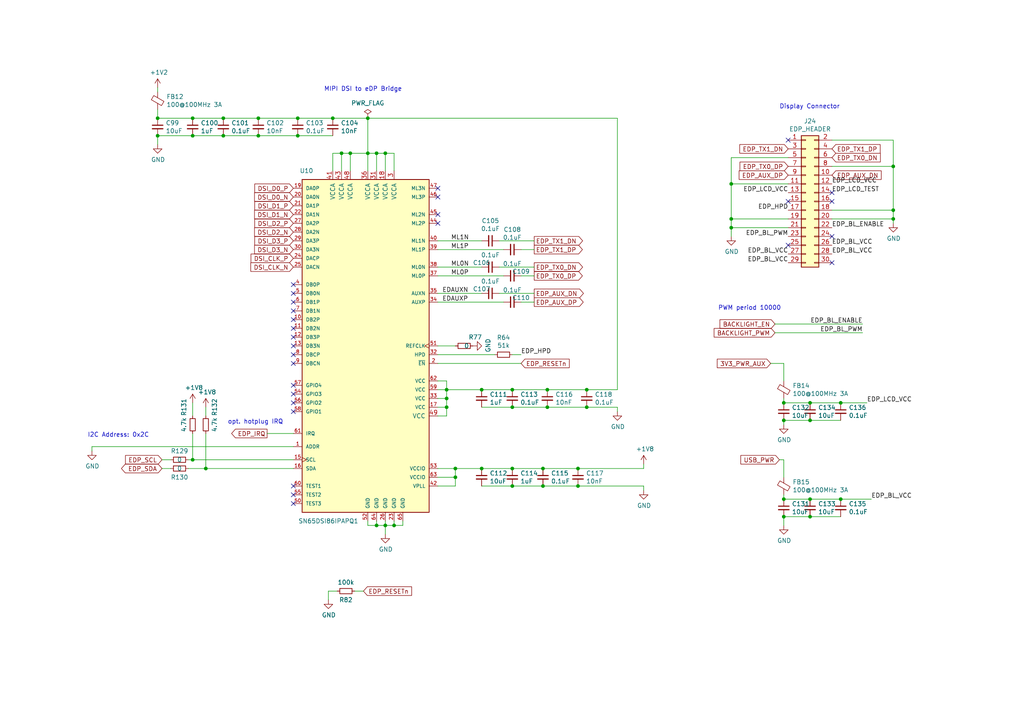
<source format=kicad_sch>
(kicad_sch (version 20211123) (generator eeschema)
  (paper "A4")
  (title_block (title "MNT Reform 2 Internal Display") (date "2022-10-12") (rev "2.5D-1") (company "MNT Research GmbH") (comment 1 "https://mntre.com") (comment 2 "Engineer: Lukas F. Hartmann") (comment 3 "License: CERN-OHL-S 2.0"))
  (lib_symbols
    (symbol "Connector_Generic:Conn_02x15_Odd_Even" (pin_names (offset 1.016) hide)
      (property "Reference" "J" (at 1.27 20.32 0))
      (property "Value" "Conn_02x15_Odd_Even" (at 1.27 -20.32 0))
      (symbol "Conn_02x15_Odd_Even_1_1"
        (rectangle (start -1.27 -17.653) (end 0 -17.907) (stroke (width 0.1524)))
        (rectangle (start -1.27 -15.113) (end 0 -15.367) (stroke (width 0.1524)))
        (rectangle (start -1.27 -12.573) (end 0 -12.827) (stroke (width 0.1524)))
        (rectangle (start -1.27 -10.033) (end 0 -10.287) (stroke (width 0.1524)))
        (rectangle (start -1.27 -7.493) (end 0 -7.747) (stroke (width 0.1524)))
        (rectangle (start -1.27 -4.953) (end 0 -5.207) (stroke (width 0.1524)))
        (rectangle (start -1.27 -2.413) (end 0 -2.667) (stroke (width 0.1524)))
        (rectangle (start -1.27 0.127) (end 0 -0.127) (stroke (width 0.1524)))
        (rectangle (start -1.27 2.667) (end 0 2.413) (stroke (width 0.1524)))
        (rectangle (start -1.27 5.207) (end 0 4.953) (stroke (width 0.1524)))
        (rectangle (start -1.27 7.747) (end 0 7.493) (stroke (width 0.1524)))
        (rectangle (start -1.27 10.287) (end 0 10.033) (stroke (width 0.1524)))
        (rectangle (start -1.27 12.827) (end 0 12.573) (stroke (width 0.1524)))
        (rectangle (start -1.27 15.367) (end 0 15.113) (stroke (width 0.1524)))
        (rectangle (start -1.27 17.907) (end 0 17.653) (stroke (width 0.1524)))
        (rectangle (start -1.27 19.05) (end 3.81 -19.05) (stroke (width 0.254)) (fill (type background)))
        (rectangle (start 3.81 -17.653) (end 2.54 -17.907) (stroke (width 0.1524)))
        (rectangle (start 3.81 -15.113) (end 2.54 -15.367) (stroke (width 0.1524)))
        (rectangle (start 3.81 -12.573) (end 2.54 -12.827) (stroke (width 0.1524)))
        (rectangle (start 3.81 -10.033) (end 2.54 -10.287) (stroke (width 0.1524)))
        (rectangle (start 3.81 -7.493) (end 2.54 -7.747) (stroke (width 0.1524)))
        (rectangle (start 3.81 -4.953) (end 2.54 -5.207) (stroke (width 0.1524)))
        (rectangle (start 3.81 -2.413) (end 2.54 -2.667) (stroke (width 0.1524)))
        (rectangle (start 3.81 0.127) (end 2.54 -0.127) (stroke (width 0.1524)))
        (rectangle (start 3.81 2.667) (end 2.54 2.413) (stroke (width 0.1524)))
        (rectangle (start 3.81 5.207) (end 2.54 4.953) (stroke (width 0.1524)))
        (rectangle (start 3.81 7.747) (end 2.54 7.493) (stroke (width 0.1524)))
        (rectangle (start 3.81 10.287) (end 2.54 10.033) (stroke (width 0.1524)))
        (rectangle (start 3.81 12.827) (end 2.54 12.573) (stroke (width 0.1524)))
        (rectangle (start 3.81 15.367) (end 2.54 15.113) (stroke (width 0.1524)))
        (rectangle (start 3.81 17.907) (end 2.54 17.653) (stroke (width 0.1524)))
        (pin passive line (at -5.08 17.78 0) (length 3.81) (name "Pin_1") (number "1"))
        (pin passive line (at 7.62 7.62 180) (length 3.81) (name "Pin_10") (number "10"))
        (pin passive line (at -5.08 5.08 0) (length 3.81) (name "Pin_11") (number "11"))
        (pin passive line (at 7.62 5.08 180) (length 3.81) (name "Pin_12") (number "12"))
        (pin passive line (at -5.08 2.54 0) (length 3.81) (name "Pin_13") (number "13"))
        (pin passive line (at 7.62 2.54 180) (length 3.81) (name "Pin_14") (number "14"))
        (pin passive line (at -5.08 0 0) (length 3.81) (name "Pin_15") (number "15"))
        (pin passive line (at 7.62 0 180) (length 3.81) (name "Pin_16") (number "16"))
        (pin passive line (at -5.08 -2.54 0) (length 3.81) (name "Pin_17") (number "17"))
        (pin passive line (at 7.62 -2.54 180) (length 3.81) (name "Pin_18") (number "18"))
        (pin passive line (at -5.08 -5.08 0) (length 3.81) (name "Pin_19") (number "19"))
        (pin passive line (at 7.62 17.78 180) (length 3.81) (name "Pin_2") (number "2"))
        (pin passive line (at 7.62 -5.08 180) (length 3.81) (name "Pin_20") (number "20"))
        (pin passive line (at -5.08 -7.62 0) (length 3.81) (name "Pin_21") (number "21"))
        (pin passive line (at 7.62 -7.62 180) (length 3.81) (name "Pin_22") (number "22"))
        (pin passive line (at -5.08 -10.16 0) (length 3.81) (name "Pin_23") (number "23"))
        (pin passive line (at 7.62 -10.16 180) (length 3.81) (name "Pin_24") (number "24"))
        (pin passive line (at -5.08 -12.7 0) (length 3.81) (name "Pin_25") (number "25"))
        (pin passive line (at 7.62 -12.7 180) (length 3.81) (name "Pin_26") (number "26"))
        (pin passive line (at -5.08 -15.24 0) (length 3.81) (name "Pin_27") (number "27"))
        (pin passive line (at 7.62 -15.24 180) (length 3.81) (name "Pin_28") (number "28"))
        (pin passive line (at -5.08 -17.78 0) (length 3.81) (name "Pin_29") (number "29"))
        (pin passive line (at -5.08 15.24 0) (length 3.81) (name "Pin_3") (number "3"))
        (pin passive line (at 7.62 -17.78 180) (length 3.81) (name "Pin_30") (number "30"))
        (pin passive line (at 7.62 15.24 180) (length 3.81) (name "Pin_4") (number "4"))
        (pin passive line (at -5.08 12.7 0) (length 3.81) (name "Pin_5") (number "5"))
        (pin passive line (at 7.62 12.7 180) (length 3.81) (name "Pin_6") (number "6"))
        (pin passive line (at -5.08 10.16 0) (length 3.81) (name "Pin_7") (number "7"))
        (pin passive line (at 7.62 10.16 180) (length 3.81) (name "Pin_8") (number "8"))
        (pin passive line (at -5.08 7.62 0) (length 3.81) (name "Pin_9") (number "9"))
      )
    )
    (symbol "Device:C_Small" (pin_numbers hide) (pin_names (offset 0.254) hide)
      (property "Reference" "C" (at 0.254 1.778 0))
      (property "Value" "C_Small" (at 0.254 -2.032 0))
      (symbol "C_Small_0_1"
        (polyline (pts (xy -1.524 -0.508) (xy 1.524 -0.508)) (stroke (width 0.3302)))
        (polyline (pts (xy -1.524 0.508) (xy 1.524 0.508)) (stroke (width 0.3048)))
      )
      (symbol "C_Small_1_1"
        (pin passive line (at 0 2.54 270) (length 2.032) (name "~") (number "1"))
        (pin passive line (at 0 -2.54 90) (length 2.032) (name "~") (number "2"))
      )
    )
    (symbol "Device:FerriteBead_Small" (pin_numbers hide) (pin_names (offset 0))
      (property "Reference" "FB" (at 1.905 1.27 0))
      (property "Value" "FerriteBead_Small" (at 1.905 -1.27 0))
      (symbol "FerriteBead_Small_0_1"
        (polyline (pts (xy 0 -1.27) (xy 0 -0.7874)))
        (polyline (pts (xy 0 0.889) (xy 0 1.2954)))
        (polyline (pts (xy -1.8288 0.2794) (xy -1.1176 1.4986) (xy 1.8288 -0.2032) (xy 1.1176 -1.4224) (xy -1.8288 0.2794)))
      )
      (symbol "FerriteBead_Small_1_1"
        (pin passive line (at 0 2.54 270) (length 1.27) (name "~") (number "1"))
        (pin passive line (at 0 -2.54 90) (length 1.27) (name "~") (number "2"))
      )
    )
    (symbol "Device:R_Small" (pin_numbers hide) (pin_names (offset 0.254) hide)
      (property "Reference" "R" (at 0.762 0.508 0))
      (property "Value" "R_Small" (at 0.762 -1.016 0))
      (symbol "R_Small_0_1"
        (rectangle (start -0.762 1.778) (end 0.762 -1.778) (stroke (width 0.2032)))
      )
      (symbol "R_Small_1_1"
        (pin passive line (at 0 2.54 270) (length 0.762) (name "~") (number "1"))
        (pin passive line (at 0 -2.54 90) (length 0.762) (name "~") (number "2"))
      )
    )
    (symbol "power:+1V2" (power) (pin_names (offset 0))
      (property "Value" "+1V2" (at 0 3.556 0))
      (symbol "+1V2_0_1"
        (polyline (pts (xy -0.762 1.27) (xy 0 2.54)))
        (polyline (pts (xy 0 0) (xy 0 2.54)))
        (polyline (pts (xy 0 2.54) (xy 0.762 1.27)))
      )
      (symbol "+1V2_1_1"
        (pin power_in line (at 0 0 90) (length 0) hide (name "+1V2") (number "1"))
      )
    )
    (symbol "power:+1V8" (power) (pin_names (offset 0))
      (property "Value" "+1V8" (at 0 3.556 0))
      (symbol "+1V8_0_1"
        (polyline (pts (xy -0.762 1.27) (xy 0 2.54)))
        (polyline (pts (xy 0 0) (xy 0 2.54)))
        (polyline (pts (xy 0 2.54) (xy 0.762 1.27)))
      )
      (symbol "+1V8_1_1"
        (pin power_in line (at 0 0 90) (length 0) hide (name "+1V8") (number "1"))
      )
    )
    (symbol "power:GND" (power) (pin_names (offset 0))
      (property "Value" "GND" (at 0 -3.81 0))
      (symbol "GND_0_1"
        (polyline (pts (xy 0 0) (xy 0 -1.27) (xy 1.27 -1.27) (xy 0 -2.54) (xy -1.27 -1.27) (xy 0 -1.27)))
      )
      (symbol "GND_1_1"
        (pin power_in line (at 0 0 270) (length 0) hide (name "GND") (number "1"))
      )
    )
    (symbol "power:PWR_FLAG" (power) (pin_numbers hide) (pin_names (offset 0) hide)
      (property "Value" "PWR_FLAG" (at 0 3.81 0))
      (symbol "PWR_FLAG_0_0"
        (pin power_out line (at 0 0 90) (length 0) (name "pwr") (number "1"))
      )
      (symbol "PWR_FLAG_0_1"
        (polyline (pts (xy 0 0) (xy 0 1.27) (xy -1.016 1.905) (xy 0 2.54) (xy 1.016 1.905) (xy 0 1.27)))
      )
    )
    (symbol "reform2:SN65DSI86ZQER" (pin_names (offset 1.016))
      (property "Reference" "U" (at -15.9512 44.5008 0))
      (property "Value" "SN65DSI86ZQER" (at -15.1384 -55.6768 0))
      (symbol "SN65DSI86ZQER_0_0"
        (pin input line (at -17.78 -34.29 0) (length 2.54) (name "ADDR") (number "1"))
        (pin input line (at -17.78 2.54 0) (length 2.54) (name "DB2P") (number "10"))
        (pin input line (at -17.78 0 0) (length 2.54) (name "DB2N") (number "11"))
        (pin input line (at -17.78 -2.54 0) (length 2.54) (name "DB3P") (number "12"))
        (pin input line (at -17.78 -5.08 0) (length 2.54) (name "DB3N") (number "13"))
        (pin bidirectional clock (at -17.78 -38.1 0) (length 2.54) (name "SCL") (number "15"))
        (pin bidirectional line (at -17.78 -40.64 0) (length 2.54) (name "SDA") (number "16"))
        (pin power_in line (at 24.13 -22.86 180) (length 2.54) (name "VCC") (number "17"))
        (pin power_in line (at 8.89 45.72 270) (length 2.54) (name "VCCA") (number "18"))
        (pin input line (at -17.78 40.64 0) (length 2.54) (name "DA0P") (number "19"))
        (pin input line (at 24.13 -10.16 180) (length 2.54) (name "~{EN}") (number "2"))
        (pin bidirectional line (at -17.78 38.1 0) (length 2.54) (name "DA0N") (number "20"))
        (pin input line (at -17.78 35.56 0) (length 2.54) (name "DA1P") (number "21"))
        (pin input line (at -17.78 33.02 0) (length 2.54) (name "DA1N") (number "22"))
        (pin power_in line (at 11.43 -55.88 90) (length 2.54) (name "GND") (number "23"))
        (pin input line (at -17.78 20.32 0) (length 2.54) (name "DACP") (number "24"))
        (pin input line (at -17.78 17.78 0) (length 2.54) (name "DACN") (number "25"))
        (pin power_in line (at 8.89 -55.88 90) (length 2.54) (name "GND") (number "26"))
        (pin input line (at -17.78 30.48 0) (length 2.54) (name "DA2P") (number "27"))
        (pin input line (at -17.78 27.94 0) (length 2.54) (name "DA2N") (number "28"))
        (pin input line (at -17.78 25.4 0) (length 2.54) (name "DA3P") (number "29"))
        (pin power_in line (at 11.43 45.72 270) (length 2.54) (name "VCCA") (number "3"))
        (pin input line (at -17.78 22.86 0) (length 2.54) (name "DA3N") (number "30"))
        (pin power_in line (at 6.35 45.72 270) (length 2.54) (name "VCCA") (number "31"))
        (pin input line (at 24.13 -7.62 180) (length 2.54) (name "HPD") (number "32"))
        (pin power_in line (at 24.13 -20.32 180) (length 2.54) (name "VCC") (number "33"))
        (pin bidirectional line (at 24.13 7.62 180) (length 2.54) (name "AUXP") (number "34"))
        (pin bidirectional line (at 24.13 10.16 180) (length 2.54) (name "AUXN") (number "35"))
        (pin power_in line (at 3.81 45.72 270) (length 2.54) (name "VCCA") (number "36"))
        (pin output line (at 24.13 15.24 180) (length 2.54) (name "ML0P") (number "37"))
        (pin output line (at 24.13 17.78 180) (length 2.54) (name "ML0N") (number "38"))
        (pin output line (at 24.13 22.86 180) (length 2.54) (name "ML1P") (number "39"))
        (pin input line (at -17.78 12.7 0) (length 2.54) (name "DB0P") (number "4"))
        (pin output line (at 24.13 25.4 180) (length 2.54) (name "ML1N") (number "40"))
        (pin power_in line (at -6.35 45.72 270) (length 2.54) (name "VCCA") (number "41"))
        (pin power_in line (at 24.13 -45.72 180) (length 2.54) (name "VPLL") (number "42"))
        (pin power_in line (at -3.81 45.72 270) (length 2.54) (name "VCCA") (number "43"))
        (pin output line (at 24.13 30.48 180) (length 2.54) (name "ML2P") (number "44"))
        (pin output line (at 24.13 33.02 180) (length 2.54) (name "ML2N") (number "45"))
        (pin output line (at 24.13 38.1 180) (length 2.54) (name "ML3P") (number "46"))
        (pin output line (at 24.13 40.64 180) (length 2.54) (name "ML3N") (number "47"))
        (pin power_in line (at -1.27 45.72 270) (length 2.54) (name "VCCA") (number "48"))
        (pin power_in line (at 24.13 -25.4 180) (length 2.54) (name "VCC") (number "49"))
        (pin input line (at -17.78 10.16 0) (length 2.54) (name "DB0N") (number "5"))
        (pin bidirectional line (at -17.78 -50.8 0) (length 2.54) (name "TEST3") (number "50"))
        (pin input clock (at 24.13 -5.08 180) (length 2.54) (name "REFCLK") (number "51"))
        (pin power_in line (at 3.81 -55.88 90) (length 2.54) (name "GND") (number "52"))
        (pin power_in line (at 24.13 -40.64 180) (length 2.54) (name "VCCIO") (number "53"))
        (pin bidirectional line (at -17.78 -19.05 0) (length 2.54) (name "GPIO3") (number "54"))
        (pin bidirectional line (at -17.78 -48.26 0) (length 2.54) (name "TEST2") (number "55"))
        (pin bidirectional line (at -17.78 -21.59 0) (length 2.54) (name "GPIO2") (number "56"))
        (pin bidirectional line (at -17.78 -16.51 0) (length 2.54) (name "GPIO4") (number "57"))
        (pin bidirectional line (at -17.78 -24.13 0) (length 2.54) (name "GPIO1") (number "58"))
        (pin power_in line (at 24.13 -17.78 180) (length 2.54) (name "VCC") (number "59"))
        (pin input line (at -17.78 7.62 0) (length 2.54) (name "DB1P") (number "6"))
        (pin input line (at -17.78 -45.72 0) (length 2.54) (name "TEST1") (number "60"))
        (pin output line (at -17.78 -30.48 0) (length 2.54) (name "IRQ") (number "61"))
        (pin power_in line (at 24.13 -15.24 180) (length 2.54) (name "VCC") (number "62"))
        (pin power_in line (at 24.13 -43.18 180) (length 2.54) (name "VCCIO") (number "63"))
        (pin power_in line (at 6.35 -55.88 90) (length 2.54) (name "GND") (number "64"))
        (pin power_in line (at 13.97 -55.88 90) (length 2.54) (name "GND") (number "65"))
        (pin input line (at -17.78 5.08 0) (length 2.54) (name "DB1N") (number "7"))
        (pin input line (at -17.78 -7.62 0) (length 2.54) (name "DBCP") (number "8"))
        (pin input line (at -17.78 -10.16 0) (length 2.54) (name "DBCN") (number "9"))
      )
      (symbol "SN65DSI86ZQER_1_1"
        (rectangle (start -15.24 43.18) (end 21.59 -53.34) (stroke (width 0.254)) (fill (type background)))
      )
    )
  )
  (junction (at 234.95 116.84))
  (junction (at 45.72 39.37))
  (junction (at 170.18 118.11))
  (junction (at 167.64 135.89))
  (junction (at 55.88 133.35))
  (junction (at 259.08 48.26))
  (junction (at 157.48 135.89))
  (junction (at 129.54 113.03))
  (junction (at 170.18 113.03))
  (junction (at 106.68 34.29))
  (junction (at 139.7 135.89))
  (junction (at 109.22 44.45))
  (junction (at 129.54 118.11))
  (junction (at 111.76 44.45))
  (junction (at 259.08 60.96))
  (junction (at 259.08 63.5))
  (junction (at 148.59 113.03))
  (junction (at 132.08 135.89))
  (junction (at 59.69 135.89))
  (junction (at 148.59 140.97))
  (junction (at 167.64 140.97))
  (junction (at 101.6 44.45))
  (junction (at 139.7 113.03))
  (junction (at 227.33 116.84))
  (junction (at 114.3 152.4))
  (junction (at 234.95 144.78))
  (junction (at 148.59 118.11))
  (junction (at 45.72 34.29))
  (junction (at 96.52 34.29))
  (junction (at 106.68 44.45))
  (junction (at 227.33 144.78))
  (junction (at 111.76 152.4))
  (junction (at 74.93 39.37))
  (junction (at 109.22 152.4))
  (junction (at 234.95 149.86))
  (junction (at 64.77 39.37))
  (junction (at 129.54 115.57))
  (junction (at 227.33 121.92))
  (junction (at 64.77 34.29))
  (junction (at 212.09 63.5))
  (junction (at 212.09 66.04))
  (junction (at 74.93 34.29))
  (junction (at 212.09 53.34))
  (junction (at 243.84 144.78))
  (junction (at 132.08 138.43))
  (junction (at 157.48 140.97))
  (junction (at 86.36 34.29))
  (junction (at 99.06 44.45))
  (junction (at 148.59 135.89))
  (junction (at 158.75 118.11))
  (junction (at 243.84 116.84))
  (junction (at 55.88 39.37))
  (junction (at 227.33 149.86))
  (junction (at 158.75 113.03))
  (junction (at 55.88 34.29))
  (junction (at 234.95 121.92))
  (junction (at 86.36 39.37))
  (no_connect (at 85.09 143.51))
  (no_connect (at 85.09 87.63))
  (no_connect (at 85.09 105.41))
  (no_connect (at 127 54.61))
  (no_connect (at 127 62.23))
  (no_connect (at 85.09 116.84))
  (no_connect (at 241.3 58.42))
  (no_connect (at 241.3 76.2))
  (no_connect (at 85.09 146.05))
  (no_connect (at 228.6 58.42))
  (no_connect (at 127 57.15))
  (no_connect (at 85.09 119.38))
  (no_connect (at 85.09 92.71))
  (no_connect (at 85.09 102.87))
  (no_connect (at 241.3 55.88))
  (no_connect (at 228.6 40.64))
  (no_connect (at 85.09 100.33))
  (no_connect (at 85.09 114.3))
  (no_connect (at 85.09 111.76))
  (no_connect (at 241.3 68.58))
  (no_connect (at 85.09 140.97))
  (no_connect (at 85.09 82.55))
  (no_connect (at 85.09 85.09))
  (no_connect (at 85.09 90.17))
  (no_connect (at 85.09 97.79))
  (no_connect (at 228.6 71.12))
  (no_connect (at 85.09 95.25))
  (no_connect (at 127 64.77))
  (wire (pts (xy 96.52 34.29) (xy 106.68 34.29)))
  (wire (pts (xy 148.59 102.87) (xy 151.13 102.87)))
  (wire (pts (xy 127 113.03) (xy 129.54 113.03)))
  (wire (pts (xy 227.33 144.78) (xy 227.33 143.51)))
  (wire (pts (xy 151.13 105.41) (xy 127 105.41)))
  (wire (pts (xy 129.54 118.11) (xy 129.54 115.57)))
  (wire (pts (xy 26.67 129.54) (xy 85.09 129.54)))
  (wire (pts (xy 234.95 116.84) (xy 243.84 116.84)))
  (wire (pts (xy 55.88 39.37) (xy 45.72 39.37)))
  (wire (pts (xy 45.72 34.29) (xy 55.88 34.29)))
  (wire (pts (xy 106.68 151.13) (xy 106.68 152.4)))
  (wire (pts (xy 226.06 133.35) (xy 227.33 133.35)))
  (wire (pts (xy 227.33 133.35) (xy 227.33 138.43)))
  (wire (pts (xy 49.53 135.89) (xy 46.99 135.89)))
  (wire (pts (xy 144.78 85.09) (xy 154.94 85.09)))
  (wire (pts (xy 96.52 39.37) (xy 86.36 39.37)))
  (wire (pts (xy 234.95 121.92) (xy 243.84 121.92)))
  (wire (pts (xy 146.05 87.63) (xy 127 87.63)))
  (wire (pts (xy 55.88 133.35) (xy 85.09 133.35)))
  (wire (pts (xy 77.47 125.73) (xy 85.09 125.73)))
  (wire (pts (xy 179.07 34.29) (xy 179.07 113.03)))
  (wire (pts (xy 49.53 133.35) (xy 46.99 133.35)))
  (wire (pts (xy 148.59 113.03) (xy 158.75 113.03)))
  (wire (pts (xy 55.88 116.84) (xy 55.88 120.65)))
  (wire (pts (xy 227.33 144.78) (xy 234.95 144.78)))
  (wire (pts (xy 148.59 118.11) (xy 139.7 118.11)))
  (wire (pts (xy 132.08 100.33) (xy 127 100.33)))
  (wire (pts (xy 179.07 34.29) (xy 106.68 34.29)))
  (wire (pts (xy 148.59 140.97) (xy 157.48 140.97)))
  (wire (pts (xy 127 115.57) (xy 129.54 115.57)))
  (wire (pts (xy 127 85.09) (xy 139.7 85.09)))
  (wire (pts (xy 212.09 45.72) (xy 212.09 53.34)))
  (wire (pts (xy 234.95 121.92) (xy 227.33 121.92)))
  (wire (pts (xy 227.33 123.19) (xy 227.33 121.92)))
  (wire (pts (xy 127 120.65) (xy 129.54 120.65)))
  (wire (pts (xy 212.09 66.04) (xy 228.6 66.04)))
  (wire (pts (xy 55.88 34.29) (xy 64.77 34.29)))
  (wire (pts (xy 241.3 40.64) (xy 259.08 40.64)))
  (wire (pts (xy 96.52 44.45) (xy 96.52 49.53)))
  (wire (pts (xy 129.54 115.57) (xy 129.54 113.03)))
  (wire (pts (xy 146.05 80.01) (xy 127 80.01)))
  (wire (pts (xy 157.48 140.97) (xy 167.64 140.97)))
  (wire (pts (xy 97.79 171.45) (xy 95.25 171.45)))
  (wire (pts (xy 259.08 63.5) (xy 241.3 63.5)))
  (wire (pts (xy 139.7 113.03) (xy 148.59 113.03)))
  (wire (pts (xy 109.22 49.53) (xy 109.22 44.45)))
  (wire (pts (xy 259.08 48.26) (xy 241.3 48.26)))
  (wire (pts (xy 148.59 140.97) (xy 139.7 140.97)))
  (wire (pts (xy 157.48 135.89) (xy 148.59 135.89)))
  (wire (pts (xy 151.13 80.01) (xy 154.94 80.01)))
  (wire (pts (xy 212.09 53.34) (xy 212.09 63.5)))
  (wire (pts (xy 74.93 39.37) (xy 64.77 39.37)))
  (wire (pts (xy 111.76 44.45) (xy 111.76 49.53)))
  (wire (pts (xy 228.6 45.72) (xy 212.09 45.72)))
  (wire (pts (xy 45.72 31.75) (xy 45.72 34.29)))
  (wire (pts (xy 64.77 34.29) (xy 74.93 34.29)))
  (wire (pts (xy 224.79 93.98) (xy 250.19 93.98)))
  (wire (pts (xy 186.69 142.24) (xy 186.69 140.97)))
  (wire (pts (xy 228.6 63.5) (xy 212.09 63.5)))
  (wire (pts (xy 224.79 96.52) (xy 250.19 96.52)))
  (wire (pts (xy 54.61 135.89) (xy 59.69 135.89)))
  (wire (pts (xy 127 102.87) (xy 143.51 102.87)))
  (wire (pts (xy 132.08 140.97) (xy 132.08 138.43)))
  (wire (pts (xy 223.52 105.41) (xy 227.33 105.41)))
  (wire (pts (xy 127 77.47) (xy 139.7 77.47)))
  (wire (pts (xy 55.88 125.73) (xy 55.88 133.35)))
  (wire (pts (xy 114.3 151.13) (xy 114.3 152.4)))
  (wire (pts (xy 227.33 115.57) (xy 227.33 116.84)))
  (wire (pts (xy 101.6 44.45) (xy 101.6 49.53)))
  (wire (pts (xy 111.76 152.4) (xy 114.3 152.4)))
  (wire (pts (xy 59.69 125.73) (xy 59.69 135.89)))
  (wire (pts (xy 259.08 40.64) (xy 259.08 48.26)))
  (wire (pts (xy 26.67 130.81) (xy 26.67 129.54)))
  (wire (pts (xy 259.08 60.96) (xy 259.08 63.5)))
  (wire (pts (xy 86.36 34.29) (xy 96.52 34.29)))
  (wire (pts (xy 227.33 116.84) (xy 234.95 116.84)))
  (wire (pts (xy 127 140.97) (xy 132.08 140.97)))
  (wire (pts (xy 243.84 144.78) (xy 252.73 144.78)))
  (wire (pts (xy 96.52 44.45) (xy 99.06 44.45)))
  (wire (pts (xy 127 138.43) (xy 132.08 138.43)))
  (wire (pts (xy 111.76 44.45) (xy 114.3 44.45)))
  (wire (pts (xy 259.08 64.77) (xy 259.08 63.5)))
  (wire (pts (xy 132.08 135.89) (xy 139.7 135.89)))
  (wire (pts (xy 158.75 118.11) (xy 148.59 118.11)))
  (wire (pts (xy 227.33 105.41) (xy 227.33 110.49)))
  (wire (pts (xy 109.22 44.45) (xy 111.76 44.45)))
  (wire (pts (xy 106.68 44.45) (xy 109.22 44.45)))
  (wire (pts (xy 157.48 135.89) (xy 167.64 135.89)))
  (wire (pts (xy 212.09 63.5) (xy 212.09 66.04)))
  (wire (pts (xy 54.61 133.35) (xy 55.88 133.35)))
  (wire (pts (xy 101.6 44.45) (xy 106.68 44.45)))
  (wire (pts (xy 228.6 53.34) (xy 212.09 53.34)))
  (wire (pts (xy 151.13 72.39) (xy 154.94 72.39)))
  (wire (pts (xy 139.7 135.89) (xy 148.59 135.89)))
  (wire (pts (xy 127 69.85) (xy 139.7 69.85)))
  (wire (pts (xy 167.64 135.89) (xy 186.69 135.89)))
  (wire (pts (xy 127 135.89) (xy 132.08 135.89)))
  (wire (pts (xy 106.68 152.4) (xy 109.22 152.4)))
  (wire (pts (xy 146.05 72.39) (xy 127 72.39)))
  (wire (pts (xy 170.18 118.11) (xy 158.75 118.11)))
  (wire (pts (xy 132.08 138.43) (xy 132.08 135.89)))
  (wire (pts (xy 64.77 39.37) (xy 55.88 39.37)))
  (wire (pts (xy 114.3 44.45) (xy 114.3 49.53)))
  (wire (pts (xy 127 118.11) (xy 129.54 118.11)))
  (wire (pts (xy 151.13 87.63) (xy 154.94 87.63)))
  (wire (pts (xy 227.33 152.4) (xy 227.33 149.86)))
  (wire (pts (xy 234.95 144.78) (xy 243.84 144.78)))
  (wire (pts (xy 109.22 151.13) (xy 109.22 152.4)))
  (wire (pts (xy 109.22 152.4) (xy 111.76 152.4)))
  (wire (pts (xy 114.3 152.4) (xy 116.84 152.4)))
  (wire (pts (xy 45.72 41.91) (xy 45.72 39.37)))
  (wire (pts (xy 106.68 44.45) (xy 106.68 49.53)))
  (wire (pts (xy 116.84 152.4) (xy 116.84 151.13)))
  (wire (pts (xy 105.41 171.45) (xy 102.87 171.45)))
  (wire (pts (xy 111.76 152.4) (xy 111.76 154.94)))
  (wire (pts (xy 144.78 77.47) (xy 154.94 77.47)))
  (wire (pts (xy 186.69 140.97) (xy 167.64 140.97)))
  (wire (pts (xy 241.3 60.96) (xy 259.08 60.96)))
  (wire (pts (xy 179.07 119.38) (xy 179.07 118.11)))
  (wire (pts (xy 243.84 116.84) (xy 251.46 116.84)))
  (wire (pts (xy 95.25 173.99) (xy 95.25 171.45)))
  (wire (pts (xy 179.07 118.11) (xy 170.18 118.11)))
  (wire (pts (xy 212.09 68.58) (xy 212.09 66.04)))
  (wire (pts (xy 234.95 149.86) (xy 227.33 149.86)))
  (wire (pts (xy 86.36 39.37) (xy 74.93 39.37)))
  (wire (pts (xy 129.54 113.03) (xy 129.54 110.49)))
  (wire (pts (xy 234.95 149.86) (xy 243.84 149.86)))
  (wire (pts (xy 111.76 151.13) (xy 111.76 152.4)))
  (wire (pts (xy 59.69 118.11) (xy 59.69 120.65)))
  (wire (pts (xy 106.68 34.29) (xy 106.68 44.45)))
  (wire (pts (xy 186.69 134.62) (xy 186.69 135.89)))
  (wire (pts (xy 129.54 113.03) (xy 139.7 113.03)))
  (wire (pts (xy 144.78 69.85) (xy 154.94 69.85)))
  (wire (pts (xy 45.72 26.67) (xy 45.72 25.4)))
  (wire (pts (xy 259.08 60.96) (xy 259.08 48.26)))
  (wire (pts (xy 170.18 113.03) (xy 179.07 113.03)))
  (wire (pts (xy 59.69 135.89) (xy 85.09 135.89)))
  (wire (pts (xy 129.54 120.65) (xy 129.54 118.11)))
  (wire (pts (xy 74.93 34.29) (xy 86.36 34.29)))
  (wire (pts (xy 99.06 49.53) (xy 99.06 44.45)))
  (wire (pts (xy 129.54 110.49) (xy 127 110.49)))
  (wire (pts (xy 99.06 44.45) (xy 101.6 44.45)))
  (wire (pts (xy 158.75 113.03) (xy 170.18 113.03)))
  (text "PWM period 10000" (at 208.28 90.17 0) (effects (font (size 1.27 1.27)) (justify left bottom)))
  (text "MIPI DSI to eDP Bridge" (at 93.98 26.67 0) (effects (font (size 1.27 1.27)) (justify left bottom)))
  (text "opt. hotplug IRQ" (at 66.04 123.19 0) (effects (font (size 1.27 1.27)) (justify left bottom)))
  (text "Display Connector" (at 226.06 31.75 0) (effects (font (size 1.27 1.27)) (justify left bottom)))
  (text "I2C Address: 0x2C" (at 25.4 127 0) (effects (font (size 1.27 1.27)) (justify left bottom)))
  (label "ML1N" (at 130.81 69.85 0))
  (label "EDP_BL_VCC" (at 241.3 71.12 0))
  (label "EDP_LCD_VCC" (at 241.3 53.34 0))
  (label "ML0P" (at 130.81 80.01 0))
  (label "EDP_LCD_TEST" (at 241.3 55.88 0))
  (label "EDP_LCD_VCC" (at 228.6 55.88 180))
  (label "ML1P" (at 130.81 72.39 0))
  (label "EDP_BL_PWM" (at 228.6 68.58 180))
  (label "EDP_LCD_VCC" (at 251.46 116.84 0))
  (label "EDP_BL_VCC" (at 228.6 76.2 180))
  (label "EDP_BL_VCC" (at 228.6 73.66 180))
  (label "EDP_HPD" (at 151.13 102.87 0))
  (label "EDP_BL_VCC" (at 252.73 144.78 0))
  (label "EDP_BL_ENABLE" (at 241.3 66.04 0))
  (label "EDP_BL_ENABLE" (at 250.19 93.98 180))
  (label "EDP_BL_VCC" (at 241.3 73.66 0))
  (label "EDP_HPD" (at 228.6 60.96 180))
  (label "ML0N" (at 130.81 77.47 0))
  (label "EDP_BL_PWM" (at 250.19 96.52 180))
  (label "EDAUXN" (at 128.27 85.09 0))
  (label "EDAUXP" (at 128.27 87.63 0))
  (global_label "USB_PWR" (shape input) (at 226.06 133.35 180) (property "Intersheet References" "${INTERSHEET_REFS}" (effects hide)))
  (global_label "EDP_AUX_DN" (shape output) (at 154.94 85.09 0) (property "Intersheet References" "${INTERSHEET_REFS}" (effects hide)))
  (global_label "EDP_AUX_DN" (shape input) (at 241.3 50.8 0) (property "Intersheet References" "${INTERSHEET_REFS}" (effects hide)))
  (global_label "EDP_SDA" (shape bidirectional) (at 46.99 135.89 180) (property "Intersheet References" "${INTERSHEET_REFS}" (effects hide)))
  (global_label "3V3_PWR_AUX" (shape input) (at 223.52 105.41 180) (property "Intersheet References" "${INTERSHEET_REFS}" (effects hide)))
  (global_label "BACKLIGHT_PWM" (shape input) (at 224.79 96.52 180) (property "Intersheet References" "${INTERSHEET_REFS}" (effects hide)))
  (global_label "DSI_D0_N" (shape input) (at 85.09 57.15 180) (property "Intersheet References" "${INTERSHEET_REFS}" (effects hide)))
  (global_label "EDP_IRQ" (shape output) (at 77.47 125.73 180) (property "Intersheet References" "${INTERSHEET_REFS}" (effects hide)))
  (global_label "EDP_TX1_DP" (shape input) (at 241.3 43.18 0) (property "Intersheet References" "${INTERSHEET_REFS}" (effects hide)))
  (global_label "EDP_RESETn" (shape input) (at 151.13 105.41 0) (property "Intersheet References" "${INTERSHEET_REFS}" (effects hide)))
  (global_label "BACKLIGHT_EN" (shape input) (at 224.79 93.98 180) (property "Intersheet References" "${INTERSHEET_REFS}" (effects hide)))
  (global_label "EDP_TX1_DP" (shape output) (at 154.94 72.39 0) (property "Intersheet References" "${INTERSHEET_REFS}" (effects hide)))
  (global_label "DSI_D0_P" (shape input) (at 85.09 54.61 180) (property "Intersheet References" "${INTERSHEET_REFS}" (effects hide)))
  (global_label "EDP_TX0_DN" (shape input) (at 241.3 45.72 0) (property "Intersheet References" "${INTERSHEET_REFS}" (effects hide)))
  (global_label "EDP_TX0_DN" (shape output) (at 154.94 77.47 0) (property "Intersheet References" "${INTERSHEET_REFS}" (effects hide)))
  (global_label "EDP_TX0_DP" (shape input) (at 228.6 48.26 180) (property "Intersheet References" "${INTERSHEET_REFS}" (effects hide)))
  (global_label "DSI_D3_N" (shape input) (at 85.09 72.39 180) (property "Intersheet References" "${INTERSHEET_REFS}" (effects hide)))
  (global_label "EDP_TX1_DN" (shape input) (at 228.6 43.18 180) (property "Intersheet References" "${INTERSHEET_REFS}" (effects hide)))
  (global_label "EDP_AUX_DP" (shape input) (at 228.6 50.8 180) (property "Intersheet References" "${INTERSHEET_REFS}" (effects hide)))
  (global_label "EDP_TX1_DN" (shape output) (at 154.94 69.85 0) (property "Intersheet References" "${INTERSHEET_REFS}" (effects hide)))
  (global_label "EDP_TX0_DP" (shape output) (at 154.94 80.01 0) (property "Intersheet References" "${INTERSHEET_REFS}" (effects hide)))
  (global_label "EDP_AUX_DP" (shape output) (at 154.94 87.63 0) (property "Intersheet References" "${INTERSHEET_REFS}" (effects hide)))
  (global_label "DSI_D1_P" (shape input) (at 85.09 59.69 180) (property "Intersheet References" "${INTERSHEET_REFS}" (effects hide)))
  (global_label "DSI_D3_P" (shape input) (at 85.09 69.85 180) (property "Intersheet References" "${INTERSHEET_REFS}" (effects hide)))
  (global_label "DSI_D2_P" (shape input) (at 85.09 64.77 180) (property "Intersheet References" "${INTERSHEET_REFS}" (effects hide)))
  (global_label "DSI_D2_N" (shape input) (at 85.09 67.31 180) (property "Intersheet References" "${INTERSHEET_REFS}" (effects hide)))
  (global_label "DSI_CLK_N" (shape input) (at 85.09 77.47 180) (property "Intersheet References" "${INTERSHEET_REFS}" (effects hide)))
  (global_label "DSI_CLK_P" (shape input) (at 85.09 74.93 180) (property "Intersheet References" "${INTERSHEET_REFS}" (effects hide)))
  (global_label "EDP_SCL" (shape input) (at 46.99 133.35 180) (property "Intersheet References" "${INTERSHEET_REFS}" (effects hide)))
  (global_label "EDP_RESETn" (shape input) (at 105.41 171.45 0) (property "Intersheet References" "${INTERSHEET_REFS}" (effects hide)))
  (global_label "DSI_D1_N" (shape input) (at 85.09 62.23 180) (property "Intersheet References" "${INTERSHEET_REFS}" (effects hide)))
  (symbol (lib_id "reform2:SN65DSI86ZQER") (at 102.87 95.25 0) (unit 1)
    (property "Reference" "U10" (at 88.9 49.53 0))
    (property "Value" "SN65DSI86IPAPQ1" (at 95.25 151.13 0))
    (property "Footprint" "Package_QFP:HTQFP-64-1EP_10x10mm_P0.5mm_EP8x8mm" (effects hide))
    (property "Datasheet" "http://www.ti.com/lit/ds/symlink/sn65dsi86-q1.pdf" (effects hide))
    (property "Manufacturer" "Texas Instruments" (effects hide))
    (property "Manufacturer_No" "SN65DSI86IPAPQ1" (effects hide))
    (property "Checked" "y" (effects hide))
    (property "Distributor" "Mouser" (effects hide))
  )
  (symbol (lib_id "power:GND") (at 111.76 154.94 0) (unit 1)
    (property "Reference" "#PWR0146" (effects hide))
    (property "Value" "GND" (at 111.887 159.3342 0))
  )
  (symbol (lib_id "Connector_Generic:Conn_02x15_Odd_Even") (at 233.68 58.42 0) (unit 1)
    (property "Reference" "J24" (at 234.95 35.1282 0))
    (property "Value" "EDP_HEADER" (at 234.95 37.4396 0))
    (property "Footprint" "Connector_PinHeader_2.00mm:PinHeader_2x15_P2.00mm_Vertical" (effects hide))
    (property "Manufacturer" "Molex" (effects hide))
    (property "Manufacturer_No" "87758-3016" (effects hide))
    (property "Checked" "y" (effects hide))
    (property "Distributor" "Mouser" (effects hide))
  )
  (symbol (lib_id "power:GND") (at 259.08 64.77 0) (unit 1)
    (property "Reference" "#PWR0227" (effects hide))
    (property "Value" "GND" (at 259.207 69.1642 0))
  )
  (symbol (lib_id "power:GND") (at 212.09 68.58 0) (unit 1)
    (property "Reference" "#PWR0228" (effects hide))
    (property "Value" "GND" (at 212.217 72.9742 0))
  )
  (symbol (lib_id "Device:R_Small") (at 52.07 133.35 270) (unit 1)
    (property "Reference" "R129" (at 52.07 130.81 90))
    (property "Value" "0" (at 52.07 133.35 90))
    (property "Footprint" "Resistor_SMD:R_0603_1608Metric" (effects hide))
    (property "Manufacturer" "Vishay Dale" (effects hide))
    (property "Manufacturer_No" "CRCW06030000Z0EAC" (effects hide))
    (property "Distributor" "Mouser" (effects hide))
    (property "Checked" "y" (effects hide))
  )
  (symbol (lib_id "Device:R_Small") (at 52.07 135.89 270) (unit 1)
    (property "Reference" "R130" (at 52.07 138.43 90))
    (property "Value" "0" (at 52.07 135.89 90))
    (property "Footprint" "Resistor_SMD:R_0603_1608Metric" (effects hide))
    (property "Manufacturer" "Vishay Dale" (effects hide))
    (property "Manufacturer_No" "CRCW06030000Z0EAC" (effects hide))
    (property "Distributor" "Mouser" (effects hide))
    (property "Checked" "y" (effects hide))
  )
  (symbol (lib_id "Device:R_Small") (at 55.88 123.19 180) (unit 1)
    (property "Reference" "R131" (at 53.34 118.11 90))
    (property "Value" "4.7k" (at 53.34 123.19 90))
    (property "Footprint" "Resistor_SMD:R_0603_1608Metric" (effects hide))
    (property "Manufacturer" "Yageo" (effects hide))
    (property "Manufacturer_No" "RC0603FR-074K7L" (effects hide))
    (property "Checked" "y" (effects hide))
    (property "Distributor" "Mouser" (effects hide))
  )
  (symbol (lib_id "Device:R_Small") (at 59.69 123.19 180) (unit 1)
    (property "Reference" "R132" (at 62.23 118.11 90))
    (property "Value" "4.7k" (at 62.23 123.19 90))
    (property "Footprint" "Resistor_SMD:R_0603_1608Metric" (effects hide))
    (property "Manufacturer" "Yageo" (effects hide))
    (property "Manufacturer_No" "RC0603FR-074K7L" (effects hide))
    (property "Checked" "y" (effects hide))
    (property "Distributor" "Mouser" (effects hide))
  )
  (symbol (lib_id "power:+1V8") (at 55.88 116.84 0) (unit 1)
    (property "Reference" "#PWR075" (effects hide))
    (property "Value" "+1V8" (at 56.261 112.4458 0))
  )
  (symbol (lib_id "power:+1V8") (at 59.69 118.11 0) (unit 1)
    (property "Reference" "#PWR076" (effects hide))
    (property "Value" "+1V8" (at 60.071 113.7158 0))
  )
  (symbol (lib_id "power:+1V2") (at 45.72 25.4 0) (unit 1)
    (property "Reference" "#PWR037" (effects hide))
    (property "Value" "+1V2" (at 46.101 21.0058 0))
  )
  (symbol (lib_id "power:+1V8") (at 186.69 134.62 0) (unit 1)
    (property "Reference" "#PWR039" (effects hide))
    (property "Value" "+1V8" (at 187.071 130.2258 0))
  )
  (symbol (lib_id "Device:R_Small") (at 146.05 102.87 270) (unit 1)
    (property "Reference" "R64" (at 146.05 97.8916 90))
    (property "Value" "51k" (at 146.05 100.203 90))
    (property "Footprint" "Resistor_SMD:R_0603_1608Metric" (effects hide))
    (property "Manufacturer" "Yageo" (effects hide))
    (property "Manufacturer_No" "RC0603FR-0751KL" (effects hide))
    (property "Checked" "y" (effects hide))
    (property "Distributor" "Mouser" (effects hide))
  )
  (symbol (lib_id "power:GND") (at 137.16 100.33 90) (unit 1)
    (property "Reference" "#PWR038" (effects hide))
    (property "Value" "GND" (at 141.5542 100.203 0))
  )
  (symbol (lib_id "power:GND") (at 26.67 130.81 0) (unit 1)
    (property "Reference" "#PWR036" (effects hide))
    (property "Value" "GND" (at 26.797 135.2042 0))
  )
  (symbol (lib_id "Device:C_Small") (at 64.77 36.83 0) (unit 1)
    (property "Reference" "C101" (at 67.1068 35.6616 0) (effects (justify left)))
    (property "Value" "0.1uF" (at 67.1068 37.973 0) (effects (justify left)))
    (property "Footprint" "Capacitor_SMD:C_0603_1608Metric" (effects hide))
    (property "Manufacturer" "Yageo" (effects hide))
    (property "Manufacturer_No" "CC0603JPX7R9BB104" (effects hide))
    (property "Checked" "y" (effects hide))
    (property "Distributor" "Mouser" (effects hide))
  )
  (symbol (lib_id "Device:C_Small") (at 74.93 36.83 0) (unit 1)
    (property "Reference" "C102" (at 77.2668 35.6616 0) (effects (justify left)))
    (property "Value" "10nF" (at 77.2668 37.973 0) (effects (justify left)))
    (property "Footprint" "Capacitor_SMD:C_0603_1608Metric" (effects hide))
    (property "Manufacturer" "KEMET" (effects hide))
    (property "Manufacturer_No" "C0603C103K5RAC3190" (effects hide))
    (property "Checked" "y" (effects hide))
    (property "Distributor" "Mouser" (effects hide))
  )
  (symbol (lib_id "Device:C_Small") (at 96.52 36.83 0) (unit 1)
    (property "Reference" "C104" (at 98.8568 35.6616 0) (effects (justify left)))
    (property "Value" "10nF" (at 98.8568 37.973 0) (effects (justify left)))
    (property "Footprint" "Capacitor_SMD:C_0603_1608Metric" (effects hide))
    (property "Manufacturer" "KEMET" (effects hide))
    (property "Manufacturer_No" "C0603C103K5RAC3190" (effects hide))
    (property "Checked" "y" (effects hide))
    (property "Distributor" "Mouser" (effects hide))
  )
  (symbol (lib_id "Device:C_Small") (at 86.36 36.83 0) (unit 1)
    (property "Reference" "C103" (at 88.6968 35.6616 0) (effects (justify left)))
    (property "Value" "0.1uF" (at 88.6968 37.973 0) (effects (justify left)))
    (property "Footprint" "Capacitor_SMD:C_0603_1608Metric" (effects hide))
    (property "Manufacturer" "Yageo" (effects hide))
    (property "Manufacturer_No" "CC0603JPX7R9BB104" (effects hide))
    (property "Checked" "y" (effects hide))
    (property "Distributor" "Mouser" (effects hide))
  )
  (symbol (lib_id "Device:C_Small") (at 55.88 36.83 0) (unit 1)
    (property "Reference" "C100" (at 58.2168 35.6616 0) (effects (justify left)))
    (property "Value" "1uF" (at 58.2168 37.973 0) (effects (justify left)))
    (property "Footprint" "Capacitor_SMD:C_0603_1608Metric" (effects hide))
    (property "Manufacturer" "Taiyo Yuden" (effects hide))
    (property "Manufacturer_No" "UMK107BJ105KA-T" (effects hide))
    (property "Checked" "y" (effects hide))
    (property "Distributor" "Mouser" (effects hide))
  )
  (symbol (lib_id "Device:C_Small") (at 45.72 36.83 0) (unit 1)
    (property "Reference" "C99" (at 48.0568 35.6616 0) (effects (justify left)))
    (property "Value" "10uF" (at 48.0568 37.973 0) (effects (justify left)))
    (property "Footprint" "Capacitor_SMD:C_0603_1608Metric" (effects hide))
    (property "Manufacturer" "Murata" (effects hide))
    (property "Manufacturer_No" "GRM188R6YA106MA73D" (effects hide))
    (property "Checked" "y" (effects hide))
    (property "Distributor" "Mouser" (effects hide))
  )
  (symbol (lib_id "power:GND") (at 45.72 41.91 0) (unit 1)
    (property "Reference" "#PWR0209" (effects hide))
    (property "Value" "GND" (at 45.847 46.3042 0))
  )
  (symbol (lib_id "Device:C_Small") (at 148.59 115.57 0) (unit 1)
    (property "Reference" "C113" (at 150.9268 114.4016 0) (effects (justify left)))
    (property "Value" "0.1uF" (at 150.9268 116.713 0) (effects (justify left)))
    (property "Footprint" "Capacitor_SMD:C_0603_1608Metric" (effects hide))
    (property "Manufacturer" "Yageo" (effects hide))
    (property "Manufacturer_No" "CC0603JPX7R9BB104" (effects hide))
    (property "Checked" "y" (effects hide))
    (property "Distributor" "Mouser" (effects hide))
  )
  (symbol (lib_id "Device:C_Small") (at 158.75 115.57 0) (unit 1)
    (property "Reference" "C116" (at 161.0868 114.4016 0) (effects (justify left)))
    (property "Value" "10nF" (at 161.0868 116.713 0) (effects (justify left)))
    (property "Footprint" "Capacitor_SMD:C_0603_1608Metric" (effects hide))
    (property "Manufacturer" "KEMET" (effects hide))
    (property "Manufacturer_No" "C0603C103K5RAC3190" (effects hide))
    (property "Checked" "y" (effects hide))
    (property "Distributor" "Mouser" (effects hide))
  )
  (symbol (lib_id "Device:C_Small") (at 170.18 115.57 0) (unit 1)
    (property "Reference" "C118" (at 172.5168 114.4016 0) (effects (justify left)))
    (property "Value" "0.1uF" (at 172.5168 116.713 0) (effects (justify left)))
    (property "Footprint" "Capacitor_SMD:C_0603_1608Metric" (effects hide))
    (property "Manufacturer" "Yageo" (effects hide))
    (property "Manufacturer_No" "CC0603JPX7R9BB104" (effects hide))
    (property "Checked" "y" (effects hide))
    (property "Distributor" "Mouser" (effects hide))
  )
  (symbol (lib_id "Device:C_Small") (at 139.7 115.57 0) (unit 1)
    (property "Reference" "C111" (at 142.0368 114.4016 0) (effects (justify left)))
    (property "Value" "1uF" (at 142.0368 116.713 0) (effects (justify left)))
    (property "Footprint" "Capacitor_SMD:C_0603_1608Metric" (effects hide))
    (property "Manufacturer" "Taiyo Yuden" (effects hide))
    (property "Manufacturer_No" "UMK107BJ105KA-T" (effects hide))
    (property "Checked" "y" (effects hide))
    (property "Distributor" "Mouser" (effects hide))
  )
  (symbol (lib_id "power:GND") (at 179.07 119.38 0) (unit 1)
    (property "Reference" "#PWR0210" (effects hide))
    (property "Value" "GND" (at 179.197 123.7742 0))
  )
  (symbol (lib_id "Device:C_Small") (at 157.48 138.43 0) (unit 1)
    (property "Reference" "C115" (at 159.8168 137.2616 0) (effects (justify left)))
    (property "Value" "0.1uF" (at 159.8168 139.573 0) (effects (justify left)))
    (property "Footprint" "Capacitor_SMD:C_0603_1608Metric" (effects hide))
    (property "Manufacturer" "Yageo" (effects hide))
    (property "Manufacturer_No" "CC0603JPX7R9BB104" (effects hide))
    (property "Checked" "y" (effects hide))
    (property "Distributor" "Mouser" (effects hide))
  )
  (symbol (lib_id "Device:C_Small") (at 167.64 138.43 0) (unit 1)
    (property "Reference" "C117" (at 169.9768 137.2616 0) (effects (justify left)))
    (property "Value" "10nF" (at 169.9768 139.573 0) (effects (justify left)))
    (property "Footprint" "Capacitor_SMD:C_0603_1608Metric" (effects hide))
    (property "Manufacturer" "KEMET" (effects hide))
    (property "Manufacturer_No" "C0603C103K5RAC3190" (effects hide))
    (property "Checked" "y" (effects hide))
    (property "Distributor" "Mouser" (effects hide))
  )
  (symbol (lib_id "Device:C_Small") (at 139.7 138.43 0) (unit 1)
    (property "Reference" "C112" (at 142.0368 137.2616 0) (effects (justify left)))
    (property "Value" "10uF" (at 142.0368 139.573 0) (effects (justify left)))
    (property "Footprint" "Capacitor_SMD:C_0603_1608Metric" (effects hide))
    (property "Manufacturer" "Murata" (effects hide))
    (property "Manufacturer_No" "GRM188R6YA106MA73D" (effects hide))
    (property "Checked" "y" (effects hide))
    (property "Distributor" "Mouser" (effects hide))
  )
  (symbol (lib_id "power:GND") (at 186.69 142.24 0) (unit 1)
    (property "Reference" "#PWR0211" (effects hide))
    (property "Value" "GND" (at 186.817 146.6342 0))
  )
  (symbol (lib_id "Device:C_Small") (at 148.59 138.43 0) (unit 1)
    (property "Reference" "C114" (at 150.9268 137.2616 0) (effects (justify left)))
    (property "Value" "1uF" (at 150.9268 139.573 0) (effects (justify left)))
    (property "Footprint" "Capacitor_SMD:C_0603_1608Metric" (effects hide))
    (property "Manufacturer" "Taiyo Yuden" (effects hide))
    (property "Manufacturer_No" "UMK107BJ105KA-T" (effects hide))
    (property "Checked" "y" (effects hide))
    (property "Distributor" "Mouser" (effects hide))
  )
  (symbol (lib_id "Device:C_Small") (at 142.24 69.85 270) (unit 1)
    (property "Reference" "C105" (at 142.24 64.0334 90))
    (property "Value" "0.1uF" (at 142.24 66.3448 90))
    (property "Footprint" "Capacitor_SMD:C_0603_1608Metric" (effects hide))
    (property "Manufacturer" "Yageo" (effects hide))
    (property "Manufacturer_No" "CC0603JPX7R9BB104" (effects hide))
    (property "Checked" "y" (effects hide))
    (property "Distributor" "Mouser" (effects hide))
  )
  (symbol (lib_id "Device:C_Small") (at 148.59 72.39 270) (unit 1)
    (property "Reference" "C108" (at 148.59 66.5734 90))
    (property "Value" "0.1uF" (at 148.59 68.8848 90))
    (property "Footprint" "Capacitor_SMD:C_0603_1608Metric" (effects hide))
    (property "Manufacturer" "Yageo" (effects hide))
    (property "Manufacturer_No" "CC0603JPX7R9BB104" (effects hide))
    (property "Checked" "y" (effects hide))
    (property "Distributor" "Mouser" (effects hide))
  )
  (symbol (lib_id "Device:C_Small") (at 142.24 77.47 270) (unit 1)
    (property "Reference" "C106" (at 139.7 76.2 90))
    (property "Value" "0.1uF" (at 142.24 73.9648 90))
    (property "Footprint" "Capacitor_SMD:C_0603_1608Metric" (effects hide))
    (property "Manufacturer" "Yageo" (effects hide))
    (property "Manufacturer_No" "CC0603JPX7R9BB104" (effects hide))
    (property "Checked" "y" (effects hide))
    (property "Distributor" "Mouser" (effects hide))
  )
  (symbol (lib_id "Device:C_Small") (at 148.59 80.01 270) (unit 1)
    (property "Reference" "C109" (at 151.13 78.74 90))
    (property "Value" "0.1uF" (at 148.59 76.5048 90))
    (property "Footprint" "Capacitor_SMD:C_0603_1608Metric" (effects hide))
    (property "Manufacturer" "Yageo" (effects hide))
    (property "Manufacturer_No" "CC0603JPX7R9BB104" (effects hide))
    (property "Checked" "y" (effects hide))
    (property "Distributor" "Mouser" (effects hide))
  )
  (symbol (lib_id "Device:C_Small") (at 142.24 85.09 270) (unit 1)
    (property "Reference" "C107" (at 139.7 83.82 90))
    (property "Value" "0.1uF" (at 142.24 81.5848 90))
    (property "Footprint" "Capacitor_SMD:C_0603_1608Metric" (effects hide))
    (property "Manufacturer" "Yageo" (effects hide))
    (property "Manufacturer_No" "CC0603JPX7R9BB104" (effects hide))
    (property "Checked" "y" (effects hide))
    (property "Distributor" "Mouser" (effects hide))
  )
  (symbol (lib_id "Device:C_Small") (at 148.59 87.63 270) (unit 1)
    (property "Reference" "C110" (at 151.13 86.36 90))
    (property "Value" "0.1uF" (at 148.59 84.1248 90))
    (property "Footprint" "Capacitor_SMD:C_0603_1608Metric" (effects hide))
    (property "Manufacturer" "Yageo" (effects hide))
    (property "Manufacturer_No" "CC0603JPX7R9BB104" (effects hide))
    (property "Checked" "y" (effects hide))
    (property "Distributor" "Mouser" (effects hide))
  )
  (symbol (lib_id "Device:C_Small") (at 227.33 147.32 0) (unit 1)
    (property "Reference" "C131" (at 229.6668 146.1516 0) (effects (justify left)))
    (property "Value" "10uF" (at 229.6668 148.463 0) (effects (justify left)))
    (property "Footprint" "Capacitor_SMD:C_0603_1608Metric" (effects hide))
    (property "Manufacturer" "Murata" (effects hide))
    (property "Manufacturer_No" "GRM188R6YA106MA73D" (effects hide))
    (property "Checked" "y" (effects hide))
    (property "Distributor" "Mouser" (effects hide))
  )
  (symbol (lib_id "Device:C_Small") (at 234.95 147.32 0) (unit 1)
    (property "Reference" "C133" (at 237.2868 146.1516 0) (effects (justify left)))
    (property "Value" "10uF" (at 237.2868 148.463 0) (effects (justify left)))
    (property "Footprint" "Capacitor_SMD:C_0603_1608Metric" (effects hide))
    (property "Manufacturer" "Murata" (effects hide))
    (property "Manufacturer_No" "GRM188R6YA106MA73D" (effects hide))
    (property "Checked" "y" (effects hide))
    (property "Distributor" "Mouser" (effects hide))
  )
  (symbol (lib_id "Device:C_Small") (at 243.84 147.32 0) (unit 1)
    (property "Reference" "C135" (at 246.1768 146.1516 0) (effects (justify left)))
    (property "Value" "0.1uF" (at 246.1768 148.463 0) (effects (justify left)))
    (property "Footprint" "Capacitor_SMD:C_0603_1608Metric" (effects hide))
    (property "Manufacturer" "Yageo" (effects hide))
    (property "Manufacturer_No" "CC0603JPX7R9BB104" (effects hide))
    (property "Checked" "y" (effects hide))
    (property "Distributor" "Mouser" (effects hide))
  )
  (symbol (lib_id "power:GND") (at 227.33 152.4 0) (unit 1)
    (property "Reference" "#PWR078" (effects hide))
    (property "Value" "GND" (at 227.457 156.7942 0))
  )
  (symbol (lib_id "Device:C_Small") (at 227.33 119.38 0) (unit 1)
    (property "Reference" "C132" (at 229.6668 118.2116 0) (effects (justify left)))
    (property "Value" "10uF" (at 229.6668 120.523 0) (effects (justify left)))
    (property "Footprint" "Capacitor_SMD:C_0603_1608Metric" (effects hide))
    (property "Manufacturer" "Murata" (effects hide))
    (property "Manufacturer_No" "GRM188R6YA106MA73D" (effects hide))
    (property "Checked" "y" (effects hide))
    (property "Distributor" "Mouser" (effects hide))
  )
  (symbol (lib_id "Device:C_Small") (at 234.95 119.38 0) (unit 1)
    (property "Reference" "C134" (at 237.2868 118.2116 0) (effects (justify left)))
    (property "Value" "10uF" (at 237.2868 120.523 0) (effects (justify left)))
    (property "Footprint" "Capacitor_SMD:C_0603_1608Metric" (effects hide))
    (property "Manufacturer" "Murata" (effects hide))
    (property "Manufacturer_No" "GRM188R6YA106MA73D" (effects hide))
    (property "Checked" "y" (effects hide))
    (property "Distributor" "Mouser" (effects hide))
  )
  (symbol (lib_id "Device:C_Small") (at 243.84 119.38 0) (unit 1)
    (property "Reference" "C136" (at 246.1768 118.2116 0) (effects (justify left)))
    (property "Value" "0.1uF" (at 246.1768 120.523 0) (effects (justify left)))
    (property "Footprint" "Capacitor_SMD:C_0603_1608Metric" (effects hide))
    (property "Manufacturer" "Yageo" (effects hide))
    (property "Manufacturer_No" "CC0603JPX7R9BB104" (effects hide))
    (property "Checked" "y" (effects hide))
    (property "Distributor" "Mouser" (effects hide))
  )
  (symbol (lib_id "power:GND") (at 227.33 123.19 0) (unit 1)
    (property "Reference" "#PWR080" (effects hide))
    (property "Value" "GND" (at 227.457 127.5842 0))
  )
  (symbol (lib_id "Device:FerriteBead_Small") (at 45.72 29.21 0) (unit 1)
    (property "Reference" "FB12" (at 48.26 28.0416 0) (effects (justify left)))
    (property "Value" "100@100MHz 3A" (at 48.26 30.353 0) (effects (justify left)))
    (property "Footprint" "Inductor_SMD:L_0603_1608Metric" (effects hide))
    (property "Manufacturer" "Murata" (effects hide))
    (property "Manufacturer_No" "BLM18KG101TN1D" (effects hide))
    (property "Checked" "y" (effects hide))
    (property "Distributor" "Mouser" (effects hide))
  )
  (symbol (lib_id "Device:FerriteBead_Small") (at 227.33 113.03 0) (unit 1)
    (property "Reference" "FB14" (at 229.87 111.8616 0) (effects (justify left)))
    (property "Value" "100@100MHz 3A" (at 229.87 114.173 0) (effects (justify left)))
    (property "Footprint" "Inductor_SMD:L_0603_1608Metric" (effects hide))
    (property "Manufacturer" "Murata" (effects hide))
    (property "Manufacturer_No" "BLM18KG101TN1D" (effects hide))
    (property "Checked" "y" (effects hide))
    (property "Distributor" "Mouser" (effects hide))
  )
  (symbol (lib_id "Device:FerriteBead_Small") (at 227.33 140.97 0) (unit 1)
    (property "Reference" "FB15" (at 229.87 139.8016 0) (effects (justify left)))
    (property "Value" "100@100MHz 3A" (at 229.87 142.113 0) (effects (justify left)))
    (property "Footprint" "Inductor_SMD:L_0603_1608Metric" (effects hide))
    (property "Manufacturer" "Murata" (effects hide))
    (property "Manufacturer_No" "BLM18KG101TN1D" (effects hide))
    (property "Checked" "y" (effects hide))
    (property "Distributor" "Mouser" (effects hide))
  )
  (symbol (lib_id "Device:R_Small") (at 100.33 171.45 270) (unit 1)
    (property "Reference" "R82" (at 100.33 173.99 90))
    (property "Value" "100k" (at 100.33 168.91 90))
    (property "Footprint" "Resistor_SMD:R_0603_1608Metric" (effects hide))
    (property "Manufacturer" "Vishay Dale" (effects hide))
    (property "Manufacturer_No" "CRCW0603100KJNEAC" (effects hide))
    (property "Checked" "y" (effects hide))
    (property "Distributor" "Mouser" (effects hide))
  )
  (symbol (lib_id "power:GND") (at 95.25 173.99 0) (unit 1)
    (property "Reference" "#PWR035" (effects hide))
    (property "Value" "GND" (at 95.377 178.3842 0))
  )
  (symbol (lib_id "Device:R_Small") (at 134.62 100.33 270) (unit 1)
    (property "Reference" "R77" (at 135.89 97.79 90) (effects (justify left)))
    (property "Value" "0" (at 134.62 100.33 90) (effects (justify left)))
    (property "Footprint" "Resistor_SMD:R_0603_1608Metric" (effects hide))
    (property "Manufacturer" "Vishay Dale" (effects hide))
    (property "Manufacturer_No" "CRCW06030000Z0EAC" (effects hide))
    (property "Distributor" "Mouser" (effects hide))
    (property "Checked" "y" (effects hide))
  )
  (symbol (lib_id "power:PWR_FLAG") (at 106.68 34.29 0) (unit 1)
    (property "Reference" "#FLG0123" (effects hide))
    (property "Value" "PWR_FLAG" (at 106.68 29.8958 0))
  )
)
</source>
